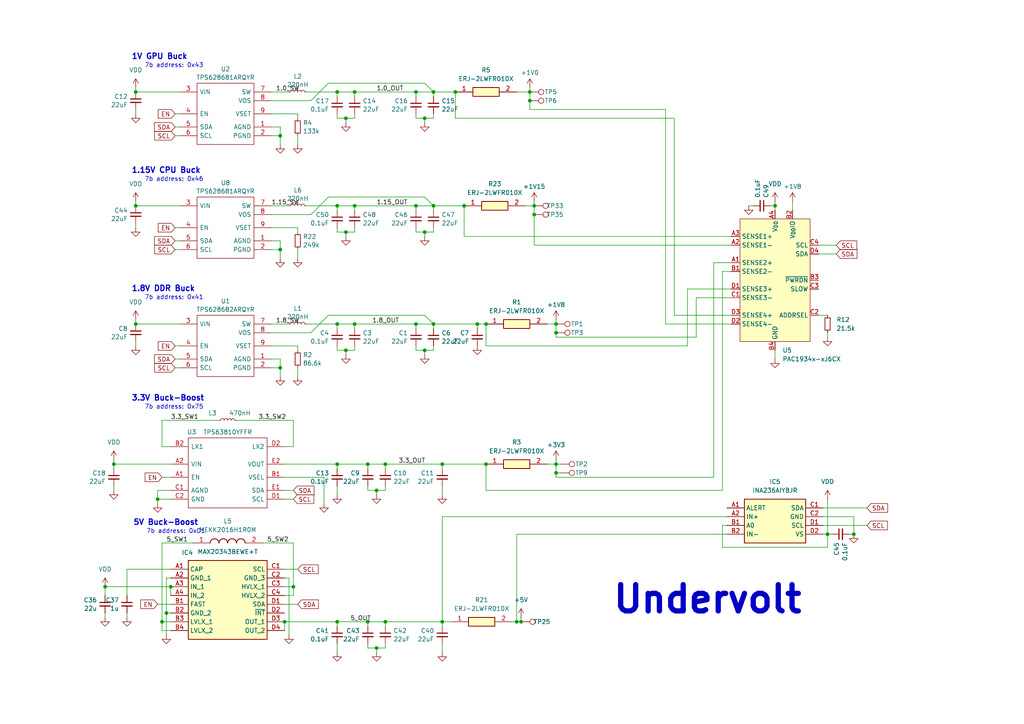
<source format=kicad_sch>
(kicad_sch (version 20250114) (generator "eeschema") (generator_version "9.0")
  (paper "A4")
  (title_block (title "ThunderKILL") (date "2025-09-05") (rev "2.1") (company "RoseDaggerDev                                               Original Credits: YveltalGriffin"))
  (text "1.8V DDR Buck" (at 38.1 83.82 0) (effects (font (size 1.6 1.6) (thickness 0.32) (bold yes)) (justify left)))
  (text "7b address: 0x75" (at 41.91 118.11 0) (effects (font (size 1.27 1.27) (thickness 0.1588)) (justify left)))
  (text "3.3V Buck-Boost" (at 38.1 115.57 0) (effects (font (size 1.6 1.6) (thickness 0.32) (bold yes)) (justify left)))
  (text "1.15V CPU Buck" (at 38.1 49.53 0) (effects (font (size 1.6 1.6) (thickness 0.32) (bold yes)) (justify left)))
  (text "7b address: 0x43" (at 41.91 19.05 0) (effects (font (size 1.27 1.27) (thickness 0.1588)) (justify left)))
  (text "7b address: 0xD1" (at 42.418 154.178 0) (effects (font (size 1.27 1.27) (thickness 0.1588)) (justify left)))
  (text "7b address: 0x41" (at 41.91 86.36 0) (effects (font (size 1.27 1.27) (thickness 0.1588)) (justify left)))
  (text "1V GPU Buck" (at 38.1 16.51 0) (effects (font (size 1.6 1.6) (thickness 0.32) (bold yes)) (justify left)))
  (text "Undervolt" (at 205.232 173.99 0) (effects (font (size 7.62 7.62) (thickness 1.524) (bold yes))))
  (text "5V Buck-Boost" (at 38.608 151.638 0) (effects (font (size 1.6 1.6) (thickness 0.32) (bold yes)) (justify left)))
  (text "7b address: 0x46" (at 41.91 52.07 0) (effects (font (size 1.27 1.27) (thickness 0.1588)) (justify left)))
  (junction (at 100.33 67.31))
  (junction (at 39.37 93.98))
  (junction (at 46.99 180.34))
  (junction (at 123.19 34.29))
  (junction (at 106.68 134.62))
  (junction (at 125.73 93.98))
  (junction (at 102.87 26.67))
  (junction (at 161.29 134.62))
  (junction (at 45.72 144.78))
  (junction (at 240.03 154.94))
  (junction (at 100.33 34.29))
  (junction (at 224.79 59.69))
  (junction (at 151.13 180.34))
  (junction (at 123.19 67.31))
  (junction (at 154.94 62.23))
  (junction (at 140.97 93.98))
  (junction (at 134.62 59.69))
  (junction (at 154.94 59.69))
  (junction (at 120.65 93.98))
  (junction (at 111.76 180.34))
  (junction (at 30.48 170.18))
  (junction (at 153.67 29.21))
  (junction (at 138.43 93.98))
  (junction (at 106.68 180.34))
  (junction (at 120.65 59.69))
  (junction (at 161.29 96.52))
  (junction (at 153.67 26.67))
  (junction (at 82.55 180.34))
  (junction (at 120.65 26.67))
  (junction (at 132.08 26.67))
  (junction (at 100.33 101.6))
  (junction (at 111.76 134.62))
  (junction (at 97.79 134.62))
  (junction (at 128.27 180.34))
  (junction (at 102.87 59.69))
  (junction (at 161.29 93.98))
  (junction (at 48.26 177.8))
  (junction (at 97.79 180.34))
  (junction (at 128.27 134.62))
  (junction (at 125.73 26.67))
  (junction (at 123.19 101.6))
  (junction (at 161.29 137.16))
  (junction (at 109.22 187.96))
  (junction (at 97.79 59.69))
  (junction (at 81.28 39.37))
  (junction (at 140.97 134.62))
  (junction (at 33.02 134.62))
  (junction (at 81.28 106.68))
  (junction (at 247.65 154.94))
  (junction (at 97.79 26.67))
  (junction (at 39.37 59.69))
  (junction (at 97.79 93.98))
  (junction (at 102.87 93.98))
  (junction (at 85.09 170.18))
  (junction (at 125.73 59.69))
  (junction (at 149.86 180.34))
  (junction (at 39.37 26.67))
  (junction (at 109.22 142.24))
  (junction (at 49.53 170.18))
  (junction (at 81.28 72.39))
  (wire (pts (xy 48.26 177.8) (xy 48.26 184.15)))
  (wire (pts (xy 123.19 35.56) (xy 123.19 34.29)))
  (wire (pts (xy 237.49 71.12) (xy 242.57 71.12)))
  (wire (pts (xy 88.9 59.69) (xy 97.79 59.69)))
  (wire (pts (xy 100.33 102.87) (xy 100.33 101.6)))
  (wire (pts (xy 123.19 24.13) (xy 125.73 26.67)))
  (wire (pts (xy 106.68 180.34) (xy 111.76 180.34)))
  (wire (pts (xy 120.65 101.6) (xy 123.19 101.6)))
  (wire (pts (xy 97.79 93.98) (xy 97.79 95.25)))
  (wire (pts (xy 102.87 26.67) (xy 102.87 27.94)))
  (wire (pts (xy 46.99 121.92) (xy 63.5 121.92)))
  (wire (pts (xy 97.79 101.6) (xy 100.33 101.6)))
  (wire (pts (xy 86.36 34.29) (xy 86.36 33.02)))
  (wire (pts (xy 97.79 100.33) (xy 97.79 101.6)))
  (wire (pts (xy 81.28 72.39) (xy 81.28 74.93)))
  (wire (pts (xy 161.29 96.52) (xy 161.29 93.98)))
  (wire (pts (xy 199.39 83.82) (xy 212.09 83.82)))
  (wire (pts (xy 209.55 158.75) (xy 240.03 158.75)))
  (wire (pts (xy 140.97 134.62) (xy 128.27 134.62)))
  (wire (pts (xy 210.82 154.94) (xy 149.86 154.94)))
  (wire (pts (xy 50.8 66.04) (xy 52.07 66.04)))
  (wire (pts (xy 238.76 149.86) (xy 247.65 149.86)))
  (wire (pts (xy 78.74 59.69) (xy 83.82 59.69)))
  (wire (pts (xy 207.01 76.2) (xy 212.09 76.2)))
  (wire (pts (xy 102.87 93.98) (xy 102.87 95.25)))
  (wire (pts (xy 46.99 157.48) (xy 55.88 157.48)))
  (wire (pts (xy 154.94 59.69) (xy 152.4 59.69)))
  (wire (pts (xy 45.72 144.78) (xy 49.53 144.78)))
  (wire (pts (xy 78.74 93.98) (xy 83.82 93.98)))
  (wire (pts (xy 100.33 34.29) (xy 102.87 34.29)))
  (wire (pts (xy 97.79 189.23) (xy 97.79 186.69)))
  (wire (pts (xy 85.09 170.18) (xy 85.09 172.72)))
  (wire (pts (xy 111.76 186.69) (xy 111.76 187.96)))
  (wire (pts (xy 240.03 158.75) (xy 240.03 154.94)))
  (wire (pts (xy 78.74 104.14) (xy 81.28 104.14)))
  (wire (pts (xy 45.72 175.26) (xy 49.53 175.26)))
  (wire (pts (xy 123.19 102.87) (xy 123.19 101.6)))
  (wire (pts (xy 120.65 100.33) (xy 120.65 101.6)))
  (wire (pts (xy 240.03 96.52) (xy 240.03 97.79)))
  (wire (pts (xy 97.79 134.62) (xy 106.68 134.62)))
  (wire (pts (xy 209.55 78.74) (xy 209.55 142.24)))
  (wire (pts (xy 36.83 177.8) (xy 36.83 179.07)))
  (wire (pts (xy 49.53 182.88) (xy 46.99 182.88)))
  (wire (pts (xy 86.36 33.02) (xy 78.74 33.02)))
  (wire (pts (xy 106.68 135.89) (xy 106.68 134.62)))
  (wire (pts (xy 95.25 24.13) (xy 123.19 24.13)))
  (wire (pts (xy 46.99 129.54) (xy 49.53 129.54)))
  (wire (pts (xy 97.79 180.34) (xy 106.68 180.34)))
  (wire (pts (xy 48.26 167.64) (xy 48.26 177.8)))
  (wire (pts (xy 50.8 33.02) (xy 52.07 33.02)))
  (wire (pts (xy 30.48 179.07) (xy 30.48 177.8)))
  (wire (pts (xy 111.76 135.89) (xy 111.76 134.62)))
  (wire (pts (xy 106.68 181.61) (xy 106.68 180.34)))
  (wire (pts (xy 82.55 175.26) (xy 86.36 175.26)))
  (wire (pts (xy 246.38 154.94) (xy 247.65 154.94)))
  (wire (pts (xy 128.27 149.86) (xy 128.27 180.34)))
  (wire (pts (xy 128.27 140.97) (xy 128.27 143.51)))
  (wire (pts (xy 97.79 59.69) (xy 102.87 59.69)))
  (wire (pts (xy 247.65 149.86) (xy 247.65 154.94)))
  (wire (pts (xy 240.03 154.94) (xy 238.76 154.94)))
  (wire (pts (xy 195.58 91.44) (xy 195.58 34.29)))
  (wire (pts (xy 82.55 180.34) (xy 82.55 182.88)))
  (wire (pts (xy 217.17 59.69) (xy 218.44 59.69)))
  (wire (pts (xy 90.17 62.23) (xy 95.25 57.15)))
  (wire (pts (xy 161.29 133.35) (xy 161.29 134.62)))
  (wire (pts (xy 97.79 181.61) (xy 97.79 180.34)))
  (wire (pts (xy 120.65 67.31) (xy 123.19 67.31)))
  (wire (pts (xy 123.19 57.15) (xy 125.73 59.69)))
  (wire (pts (xy 102.87 100.33) (xy 102.87 101.6)))
  (wire (pts (xy 46.99 180.34) (xy 46.99 157.48)))
  (wire (pts (xy 120.65 66.04) (xy 120.65 67.31)))
  (wire (pts (xy 161.29 92.71) (xy 161.29 93.98)))
  (wire (pts (xy 100.33 101.6) (xy 102.87 101.6)))
  (wire (pts (xy 85.09 121.92) (xy 85.09 129.54)))
  (wire (pts (xy 123.19 101.6) (xy 125.73 101.6)))
  (wire (pts (xy 50.8 36.83) (xy 52.07 36.83)))
  (wire (pts (xy 48.26 177.8) (xy 49.53 177.8)))
  (wire (pts (xy 83.82 167.64) (xy 83.82 184.15)))
  (wire (pts (xy 148.59 180.34) (xy 149.86 180.34)))
  (wire (pts (xy 128.27 180.34) (xy 128.27 181.61)))
  (wire (pts (xy 238.76 152.4) (xy 251.46 152.4)))
  (wire (pts (xy 161.29 97.79) (xy 161.29 96.52)))
  (wire (pts (xy 97.79 135.89) (xy 97.79 134.62)))
  (wire (pts (xy 102.87 93.98) (xy 120.65 93.98)))
  (wire (pts (xy 95.25 57.15) (xy 123.19 57.15)))
  (wire (pts (xy 153.67 26.67) (xy 149.86 26.67)))
  (wire (pts (xy 50.8 104.14) (xy 52.07 104.14)))
  (wire (pts (xy 68.58 121.92) (xy 85.09 121.92)))
  (wire (pts (xy 39.37 59.69) (xy 52.07 59.69)))
  (wire (pts (xy 125.73 33.02) (xy 125.73 34.29)))
  (wire (pts (xy 123.19 67.31) (xy 125.73 67.31)))
  (wire (pts (xy 102.87 59.69) (xy 120.65 59.69)))
  (wire (pts (xy 209.55 78.74) (xy 212.09 78.74)))
  (wire (pts (xy 100.33 67.31) (xy 102.87 67.31)))
  (wire (pts (xy 123.19 91.44) (xy 125.73 93.98)))
  (wire (pts (xy 154.94 71.12) (xy 212.09 71.12)))
  (wire (pts (xy 106.68 134.62) (xy 111.76 134.62)))
  (wire (pts (xy 109.22 142.24) (xy 111.76 142.24)))
  (wire (pts (xy 82.55 172.72) (xy 85.09 172.72)))
  (wire (pts (xy 46.99 180.34) (xy 46.99 182.88)))
  (wire (pts (xy 111.76 180.34) (xy 128.27 180.34)))
  (wire (pts (xy 97.79 26.67) (xy 97.79 27.94)))
  (wire (pts (xy 78.74 39.37) (xy 81.28 39.37)))
  (wire (pts (xy 120.65 33.02) (xy 120.65 34.29)))
  (wire (pts (xy 161.29 137.16) (xy 162.56 137.16)))
  (wire (pts (xy 46.99 138.43) (xy 49.53 138.43)))
  (wire (pts (xy 46.99 121.92) (xy 46.99 129.54)))
  (wire (pts (xy 78.74 36.83) (xy 81.28 36.83)))
  (wire (pts (xy 86.36 106.68) (xy 86.36 109.22)))
  (wire (pts (xy 125.73 93.98) (xy 125.73 95.25)))
  (wire (pts (xy 97.79 59.69) (xy 97.79 60.96)))
  (wire (pts (xy 224.79 58.42) (xy 224.79 59.69)))
  (wire (pts (xy 125.73 26.67) (xy 125.73 27.94)))
  (wire (pts (xy 45.72 144.78) (xy 45.72 146.05)))
  (wire (pts (xy 125.73 100.33) (xy 125.73 101.6)))
  (wire (pts (xy 106.68 187.96) (xy 109.22 187.96)))
  (wire (pts (xy 39.37 58.42) (xy 39.37 59.69)))
  (wire (pts (xy 123.19 34.29) (xy 125.73 34.29)))
  (wire (pts (xy 97.79 66.04) (xy 97.79 67.31)))
  (wire (pts (xy 154.94 59.69) (xy 154.94 62.23)))
  (wire (pts (xy 134.62 59.69) (xy 134.62 68.58)))
  (wire (pts (xy 120.65 26.67) (xy 120.65 27.94)))
  (wire (pts (xy 123.19 68.58) (xy 123.19 67.31)))
  (wire (pts (xy 199.39 100.33) (xy 140.97 100.33)))
  (wire (pts (xy 90.17 96.52) (xy 95.25 91.44)))
  (wire (pts (xy 33.02 142.24) (xy 33.02 140.97)))
  (wire (pts (xy 109.22 189.23) (xy 109.22 187.96)))
  (wire (pts (xy 97.79 67.31) (xy 100.33 67.31)))
  (wire (pts (xy 39.37 26.67) (xy 52.07 26.67)))
  (wire (pts (xy 111.76 181.61) (xy 111.76 180.34)))
  (wire (pts (xy 81.28 104.14) (xy 81.28 106.68)))
  (wire (pts (xy 82.55 129.54) (xy 85.09 129.54)))
  (wire (pts (xy 33.02 133.35) (xy 33.02 134.62)))
  (wire (pts (xy 140.97 100.33) (xy 140.97 93.98)))
  (wire (pts (xy 134.62 68.58) (xy 212.09 68.58)))
  (wire (pts (xy 134.62 59.69) (xy 125.73 59.69)))
  (wire (pts (xy 50.8 39.37) (xy 52.07 39.37)))
  (wire (pts (xy 128.27 180.34) (xy 130.81 180.34)))
  (wire (pts (xy 82.55 142.24) (xy 85.09 142.24)))
  (wire (pts (xy 78.74 96.52) (xy 90.17 96.52)))
  (wire (pts (xy 209.55 152.4) (xy 209.55 158.75)))
  (wire (pts (xy 153.67 26.67) (xy 153.67 25.4)))
  (wire (pts (xy 240.03 144.78) (xy 240.03 154.94)))
  (wire (pts (xy 161.29 137.16) (xy 161.29 134.62)))
  (wire (pts (xy 132.08 34.29) (xy 132.08 26.67)))
  (wire (pts (xy 85.09 157.48) (xy 76.2 157.48)))
  (wire (pts (xy 201.93 97.79) (xy 201.93 86.36)))
  (wire (pts (xy 82.55 180.34) (xy 97.79 180.34)))
  (wire (pts (xy 111.76 134.62) (xy 128.27 134.62)))
  (wire (pts (xy 97.79 143.51) (xy 97.79 140.97)))
  (wire (pts (xy 138.43 93.98) (xy 140.97 93.98)))
  (wire (pts (xy 78.74 29.21) (xy 90.17 29.21)))
  (wire (pts (xy 207.01 138.43) (xy 161.29 138.43)))
  (wire (pts (xy 45.72 142.24) (xy 45.72 144.78)))
  (wire (pts (xy 237.49 73.66) (xy 242.57 73.66)))
  (wire (pts (xy 81.28 106.68) (xy 81.28 109.22)))
  (wire (pts (xy 82.55 138.43) (xy 93.98 138.43)))
  (wire (pts (xy 161.29 134.62) (xy 158.75 134.62)))
  (wire (pts (xy 86.36 72.39) (xy 86.36 74.93)))
  (wire (pts (xy 128.27 134.62) (xy 128.27 135.89)))
  (wire (pts (xy 30.48 170.18) (xy 30.48 172.72)))
  (wire (pts (xy 33.02 135.89) (xy 33.02 134.62)))
  (wire (pts (xy 238.76 147.32) (xy 251.46 147.32)))
  (wire (pts (xy 106.68 140.97) (xy 106.68 142.24)))
  (wire (pts (xy 224.79 101.6) (xy 224.79 104.14)))
  (wire (pts (xy 81.28 39.37) (xy 81.28 41.91)))
  (wire (pts (xy 50.8 69.85) (xy 52.07 69.85)))
  (wire (pts (xy 102.87 26.67) (xy 120.65 26.67)))
  (wire (pts (xy 36.83 165.1) (xy 36.83 172.72)))
  (wire (pts (xy 125.73 93.98) (xy 138.43 93.98)))
  (wire (pts (xy 82.55 165.1) (xy 86.36 165.1)))
  (wire (pts (xy 81.28 36.83) (xy 81.28 39.37)))
  (wire (pts (xy 149.86 180.34) (xy 151.13 180.34)))
  (wire (pts (xy 109.22 187.96) (xy 111.76 187.96)))
  (wire (pts (xy 120.65 34.29) (xy 123.19 34.29)))
  (wire (pts (xy 90.17 29.21) (xy 95.25 24.13)))
  (wire (pts (xy 193.04 93.98) (xy 193.04 31.75)))
  (wire (pts (xy 49.53 170.18) (xy 49.53 172.72)))
  (wire (pts (xy 30.48 170.18) (xy 49.53 170.18)))
  (wire (pts (xy 223.52 59.69) (xy 224.79 59.69)))
  (wire (pts (xy 50.8 72.39) (xy 52.07 72.39)))
  (wire (pts (xy 120.65 26.67) (xy 125.73 26.67)))
  (wire (pts (xy 102.87 59.69) (xy 102.87 60.96)))
  (wire (pts (xy 82.55 170.18) (xy 85.09 170.18)))
  (wire (pts (xy 39.37 66.04) (xy 39.37 64.77)))
  (wire (pts (xy 149.86 154.94) (xy 149.86 180.34)))
  (wire (pts (xy 201.93 97.79) (xy 161.29 97.79)))
  (wire (pts (xy 81.28 69.85) (xy 81.28 72.39)))
  (wire (pts (xy 102.87 33.02) (xy 102.87 34.29)))
  (wire (pts (xy 97.79 26.67) (xy 102.87 26.67)))
  (wire (pts (xy 199.39 100.33) (xy 199.39 83.82)))
  (wire (pts (xy 210.82 152.4) (xy 209.55 152.4)))
  (wire (pts (xy 153.67 31.75) (xy 193.04 31.75)))
  (wire (pts (xy 86.36 66.04) (xy 86.36 67.31)))
  (wire (pts (xy 49.53 167.64) (xy 48.26 167.64)))
  (wire (pts (xy 212.09 93.98) (xy 193.04 93.98)))
  (wire (pts (xy 78.74 100.33) (xy 86.36 100.33)))
  (wire (pts (xy 224.79 59.69) (xy 224.79 60.96)))
  (wire (pts (xy 158.75 93.98) (xy 161.29 93.98)))
  (wire (pts (xy 39.37 100.33) (xy 39.37 99.06)))
  (wire (pts (xy 120.65 59.69) (xy 125.73 59.69)))
  (wire (pts (xy 125.73 59.69) (xy 125.73 60.96)))
  (wire (pts (xy 120.65 93.98) (xy 125.73 93.98)))
  (wire (pts (xy 97.79 34.29) (xy 100.33 34.29)))
  (wire (pts (xy 39.37 93.98) (xy 52.07 93.98)))
  (wire (pts (xy 49.53 165.1) (xy 36.83 165.1)))
  (wire (pts (xy 100.33 35.56) (xy 100.33 34.29)))
  (wire (pts (xy 86.36 39.37) (xy 86.36 41.91)))
  (wire (pts (xy 97.79 33.02) (xy 97.79 34.29)))
  (wire (pts (xy 207.01 76.2) (xy 207.01 138.43)))
  (wire (pts (xy 39.37 25.4) (xy 39.37 26.67)))
  (wire (pts (xy 240.03 154.94) (xy 241.3 154.94)))
  (wire (pts (xy 82.55 167.64) (xy 83.82 167.64)))
  (wire (pts (xy 237.49 91.44) (xy 240.03 91.44)))
  (wire (pts (xy 128.27 186.69) (xy 128.27 189.23)))
  (wire (pts (xy 153.67 31.75) (xy 153.67 29.21)))
  (wire (pts (xy 82.55 134.62) (xy 97.79 134.62)))
  (wire (pts (xy 138.43 93.98) (xy 138.43 95.25)))
  (wire (pts (xy 39.37 92.71) (xy 39.37 93.98)))
  (wire (pts (xy 50.8 100.33) (xy 52.07 100.33)))
  (wire (pts (xy 151.13 179.07) (xy 151.13 180.34)))
  (wire (pts (xy 120.65 93.98) (xy 120.65 95.25)))
  (wire (pts (xy 125.73 66.04) (xy 125.73 67.31)))
  (wire (pts (xy 49.53 180.34) (xy 46.99 180.34)))
  (wire (pts (xy 93.98 138.43) (xy 93.98 146.05)))
  (wire (pts (xy 161.29 138.43) (xy 161.29 137.16)))
  (wire (pts (xy 82.55 144.78) (xy 85.09 144.78)))
  (wire (pts (xy 209.55 142.24) (xy 140.97 142.24)))
  (wire (pts (xy 86.36 100.33) (xy 86.36 101.6)))
  (wire (pts (xy 88.9 26.67) (xy 97.79 26.67)))
  (wire (pts (xy 153.67 29.21) (xy 153.67 26.67)))
  (wire (pts (xy 109.22 143.51) (xy 109.22 142.24)))
  (wire (pts (xy 132.08 26.67) (xy 125.73 26.67)))
  (wire (pts (xy 33.02 134.62) (xy 49.53 134.62)))
  (wire (pts (xy 210.82 149.86) (xy 128.27 149.86)))
  (wire (pts (xy 78.74 69.85) (xy 81.28 69.85)))
  (wire (pts (xy 154.94 62.23) (xy 154.94 71.12)))
  (wire (pts (xy 120.65 59.69) (xy 120.65 60.96)))
  (wire (pts (xy 78.74 26.67) (xy 83.82 26.67)))
  (wire (pts (xy 50.8 106.68) (xy 52.07 106.68)))
  (wire (pts (xy 229.87 58.42) (xy 229.87 60.96)))
  (wire (pts (xy 111.76 140.97) (xy 111.76 142.24)))
  (wire (pts (xy 201.93 86.36) (xy 212.09 86.36)))
  (wire (pts (xy 88.9 93.98) (xy 97.79 93.98)))
  (wire (pts (xy 45.72 142.24) (xy 49.53 142.24)))
  (wire (pts (xy 162.56 134.62) (xy 161.29 134.62)))
  (wire (pts (xy 95.25 91.44) (xy 123.19 91.44)))
  (wire (pts (xy 85.09 170.18) (xy 85.09 157.48)))
  (wire (pts (xy 154.94 58.42) (xy 154.94 59.69)))
  (wire (pts (xy 195.58 34.29) (xy 132.08 34.29)))
  (wire (pts (xy 106.68 142.24) (xy 109.22 142.24)))
  (wire (pts (xy 100.33 68.58) (xy 100.33 67.31)))
  (wire (pts (xy 106.68 186.69) (xy 106.68 187.96)))
  (wire (pts (xy 102.87 66.04) (xy 102.87 67.31)))
  (wire (pts (xy 78.74 62.23) (xy 90.17 62.23)))
  (wire (pts (xy 78.74 66.04) (xy 86.36 66.04)))
  (wire (pts (xy 97.79 93.98) (xy 102.87 93.98)))
  (wire (pts (xy 78.74 72.39) (xy 81.28 72.39)))
  (wire (pts (xy 39.37 33.02) (xy 39.37 31.75)))
  (wire (pts (xy 78.74 106.68) (xy 81.28 106.68)))
  (wire (pts (xy 212.09 91.44) (xy 195.58 91.44)))
  (wire (pts (xy 140.97 142.24) (xy 140.97 134.62)))
  (label "1.8_SW" (at 80.01 93.98 0))
  (label "3.3_SW2" (at 74.93 121.92 0))
  (label "3.3_OUT" (at 115.57 134.62 0))
  (label "1.0_OUT" (at 109.22 26.67 0))
  (label "1.15_OUT" (at 109.22 59.69 0))
  (label "3.3_SW1" (at 49.53 121.92 0))
  (label "1.0_SW" (at 80.01 26.67 0))
  (label "5_SW2" (at 77.47 157.48 0))
  (label "1.15_SW" (at 78.74 59.69 0))
  (label "5_SW1" (at 48.26 157.48 0))
  (label "1.8_OUT" (at 107.95 93.98 0))
  (label "5_OUT" (at 101.6 180.34 0))
  (global_label "EN" (shape input) (at 50.8 100.33 180) (property "Intersheetrefs" "${INTERSHEET_REFS}" (effects (hide yes))))
  (global_label "EN" (shape input) (at 50.8 33.02 180) (property "Intersheetrefs" "${INTERSHEET_REFS}" (effects (hide yes))))
  (global_label "SCL" (shape input) (at 251.46 152.4 0) (property "Intersheetrefs" "${INTERSHEET_REFS}" (effects (hide yes))))
  (global_label "SCL" (shape input) (at 50.8 72.39 180) (property "Intersheetrefs" "${INTERSHEET_REFS}" (effects (hide yes))))
  (global_label "SDA" (shape input) (at 86.36 175.26 0) (property "Intersheetrefs" "${INTERSHEET_REFS}" (effects (hide yes))))
  (global_label "SDA" (shape input) (at 50.8 104.14 180) (property "Intersheetrefs" "${INTERSHEET_REFS}" (effects (hide yes))))
  (global_label "SCL" (shape input) (at 85.09 144.78 0) (property "Intersheetrefs" "${INTERSHEET_REFS}" (effects (hide yes))))
  (global_label "SCL" (shape input) (at 86.36 165.1 0) (property "Intersheetrefs" "${INTERSHEET_REFS}" (effects (hide yes))))
  (global_label "SDA" (shape input) (at 50.8 36.83 180) (property "Intersheetrefs" "${INTERSHEET_REFS}" (effects (hide yes))))
  (global_label "SCL" (shape input) (at 50.8 106.68 180) (property "Intersheetrefs" "${INTERSHEET_REFS}" (effects (hide yes))))
  (global_label "EN" (shape input) (at 46.99 138.43 180) (property "Intersheetrefs" "${INTERSHEET_REFS}" (effects (hide yes))))
  (global_label "SDA" (shape input) (at 251.46 147.32 0) (property "Intersheetrefs" "${INTERSHEET_REFS}" (effects (hide yes))))
  (global_label "SCL" (shape input) (at 242.57 71.12 0) (property "Intersheetrefs" "${INTERSHEET_REFS}" (effects (hide yes))))
  (global_label "EN" (shape input) (at 50.8 66.04 180) (property "Intersheetrefs" "${INTERSHEET_REFS}" (effects (hide yes))))
  (global_label "SDA" (shape input) (at 242.57 73.66 0) (property "Intersheetrefs" "${INTERSHEET_REFS}" (effects (hide yes))))
  (global_label "SCL" (shape input) (at 50.8 39.37 180) (property "Intersheetrefs" "${INTERSHEET_REFS}" (effects (hide yes))))
  (global_label "SDA" (shape input) (at 50.8 69.85 180) (property "Intersheetrefs" "${INTERSHEET_REFS}" (effects (hide yes))))
  (global_label "EN" (shape input) (at 45.72 175.26 180) (property "Intersheetrefs" "${INTERSHEET_REFS}" (effects (hide yes))))
  (global_label "SDA" (shape input) (at 85.09 142.24 0) (property "Intersheetrefs" "${INTERSHEET_REFS}" (effects (hide yes))))
  (symbol (lib_id "power:GND") (at 138.43 100.33 0) (unit 1)
    (property "Reference" "#PWR022" (effects (hide yes)))
    (property "Value" "GND" (effects (hide yes)))
  )
  (symbol (lib_id "Device:C_Small") (at 120.65 63.5 0) (mirror y) (unit 1)
    (property "Reference" "C46" (at 118.3259 62.2941 0) (effects (justify left)))
    (property "Value" "22uF" (at 118.3259 64.7184 0) (effects (justify left)))
    (property "Footprint" "Capacitor_SMD:C_0603_1608Metric" (effects (hide yes)))
    (property "Description" "Unpolarized capacitor, small symbol" (effects (hide yes)))
  )
  (symbol (lib_id "power:GND") (at 247.65 154.94 0) (unit 1)
    (property "Reference" "#PWR037" (effects (hide yes)))
    (property "Value" "GND" (effects (hide yes)))
  )
  (symbol (lib_id "SamacSys_Parts:INA236AIYBJR") (at 210.82 147.32 0) (unit 1)
    (property "Reference" "IC5" (at 224.79 139.7 0))
    (property "Value" "INA236AIYBJR" (at 224.79 142.24 0))
    (property "Footprint" "SamacSys_Parts:BGA8C40P2X4_70X147X35" (effects (hide yes)))
    (property "Datasheet" "https://www.ti.com/lit/gpn/ina236" (effects (hide yes)))
    (property "Description" "Current & Power Monitors & Regulators 48-V, 16-bit, ultraprecise, I C output current/voltage/power monitor with alert in WCSP" (effects (hide yes)))
    (property "Height" "0.35" (effects (hide yes)))
    (property "Mouser Part Number" "595-INA236AIYBJR" (effects (hide yes)))
    (property "Mouser Price/Stock" "https://www.mouser.co.uk/ProductDetail/Texas-Instruments/INA236AIYBJR?qs=A6eO%252BMLsxmSaxk4IMBhEtQ%3D%3D" (effects (hide yes)))
    (property "Manufacturer_Name" "Texas Instruments" (effects (hide yes)))
    (property "Manufacturer_Part_Number" "INA236AIYBJR" (effects (hide yes)))
  )
  (symbol (lib_id "Device:C_Small") (at 106.68 138.43 0) (mirror y) (unit 1)
    (property "Reference" "C9" (at 104.3559 137.2241 0) (effects (justify left)))
    (property "Value" "22uF" (at 104.3559 139.6484 0) (effects (justify left)))
    (property "Footprint" "Capacitor_SMD:C_0603_1608Metric" (effects (hide yes)))
    (property "Description" "Unpolarized capacitor, small symbol" (effects (hide yes)))
  )
  (symbol (lib_id "Device:L_Small") (at 66.04 121.92 90) (unit 1)
    (property "Reference" "L3" (at 61.6424 119.8126 90))
    (property "Value" "470nH" (at 69.5797 119.8126 90))
    (property "Footprint" "Inductor_SMD:L_0805_2012Metric" (effects (hide yes)))
    (property "Description" "TFM201208BLE-R47MTCF" (effects (hide yes)))
  )
  (symbol (lib_id "Device:C_Small") (at 30.48 175.26 0) (mirror y) (unit 1)
    (property "Reference" "C36" (at 28.1559 174.0541 0) (effects (justify left)))
    (property "Value" "22u" (at 28.1559 176.4784 0) (effects (justify left)))
    (property "Footprint" "Capacitor_SMD:C_0603_1608Metric" (effects (hide yes)))
    (property "Description" "Unpolarized capacitor, small symbol" (effects (hide yes)))
  )
  (symbol (lib_id "Device:C_Small") (at 138.43 97.79 0) (mirror y) (unit 1)
    (property "Reference" "C7" (at 136.1059 96.5841 0) (effects (justify left)))
    (property "Value" "22uF" (at 136.1059 99.0084 0) (effects (justify left)))
    (property "Footprint" "Capacitor_SMD:C_0603_1608Metric" (effects (hide yes)))
    (property "Description" "Unpolarized capacitor, small symbol" (effects (hide yes)))
  )
  (symbol (lib_id "Connector:TestPoint") (at 153.67 26.67 270) (unit 1)
    (property "Reference" "TP5" (at 159.766 26.67 90))
    (property "Value" "1V0" (effects (hide yes)))
    (property "Footprint" "RoseDaggerDev:TestPoint_Pad_3x1.0mm" (effects (hide yes)))
  )
  (symbol (lib_id "power:VDD") (at 30.48 170.18 0) (unit 1)
    (property "Reference" "#PWR038" (effects (hide yes)))
    (property "Value" "VDD" (at 30.48 165.1 0))
    (property "Description" "Power symbol creates a global label with name \"VDD\"" (effects (hide yes)))
  )
  (symbol (lib_id "power:VDD") (at 39.37 25.4 0) (unit 1)
    (property "Reference" "#PWR01" (effects (hide yes)))
    (property "Value" "VDD" (at 39.37 20.32 0))
    (property "Description" "Power symbol creates a global label with name \"VDD\"" (effects (hide yes)))
  )
  (symbol (lib_id "power:GND") (at 30.48 179.07 0) (unit 1)
    (property "Reference" "#PWR039" (effects (hide yes)))
    (property "Value" "GND" (effects (hide yes)))
  )
  (symbol (lib_id "power:+1V0") (at 153.67 25.4 0) (unit 1)
    (property "Reference" "#PWR02" (effects (hide yes)))
    (property "Value" "+1V0" (at 153.67 21.082 0))
  )
  (symbol (lib_id "power:GND") (at 100.33 35.56 0) (unit 1)
    (property "Reference" "#PWR04" (effects (hide yes)))
    (property "Value" "GND" (effects (hide yes)))
  )
  (symbol (lib_id "Device:C_Small") (at 33.02 138.43 0) (mirror y) (unit 1)
    (property "Reference" "C18" (at 30.6959 137.2241 0) (effects (justify left)))
    (property "Value" "22uF" (at 30.6959 139.6484 0) (effects (justify left)))
    (property "Footprint" "Capacitor_SMD:C_0603_1608Metric" (effects (hide yes)))
    (property "Description" "Unpolarized capacitor, small symbol" (effects (hide yes)))
  )
  (symbol (lib_id "power:GND") (at 109.22 189.23 0) (unit 1)
    (property "Reference" "#PWR045" (effects (hide yes)))
    (property "Value" "GND" (effects (hide yes)))
  )
  (symbol (lib_id "power:GND") (at 123.19 68.58 0) (unit 1)
    (property "Reference" "#PWR015" (effects (hide yes)))
    (property "Value" "GND" (effects (hide yes)))
  )
  (symbol (lib_id "Connector:TestPoint") (at 153.67 29.21 270) (unit 1)
    (property "Reference" "TP6" (at 159.766 29.21 90))
    (property "Value" "1V0" (effects (hide yes)))
    (property "Footprint" "RoseDaggerDev:TestPoint_Pad_3x1.0mm" (effects (hide yes)))
  )
  (symbol (lib_id "power:GND") (at 93.98 146.05 0) (unit 1)
    (property "Reference" "#PWR036" (effects (hide yes)))
    (property "Value" "GND" (effects (hide yes)))
  )
  (symbol (lib_id "power:GND") (at 39.37 33.02 0) (unit 1)
    (property "Reference" "#PWR03" (effects (hide yes)))
    (property "Value" "GND" (effects (hide yes)))
  )
  (symbol (lib_id "1v15:+1V15") (at 154.94 58.42 0) (unit 1)
    (property "Reference" "#PWR09" (effects (hide yes)))
    (property "Value" "+1V15" (at 154.94 54.102 0))
  )
  (symbol (lib_id "Device:C_Small") (at 125.73 30.48 0) (unit 1)
    (property "Reference" "C15" (at 128.0541 29.2741 0) (effects (justify left)))
    (property "Value" "22uF" (at 128.0541 31.6984 0) (effects (justify left)))
    (property "Footprint" "Capacitor_SMD:C_0603_1608Metric" (effects (hide yes)))
    (property "Description" "Unpolarized capacitor, small symbol" (effects (hide yes)))
  )
  (symbol (lib_id "power:GND") (at 123.19 102.87 0) (unit 1)
    (property "Reference" "#PWR024" (effects (hide yes)))
    (property "Value" "GND" (effects (hide yes)))
  )
  (symbol (lib_id "Device:L_Small") (at 86.36 93.98 90) (unit 1)
    (property "Reference" "L1" (at 86.36 89.4567 90))
    (property "Value" "220nH" (at 86.36 91.881 90))
    (property "Footprint" "SamacSys_Parts:INDC3225X120N" (effects (hide yes)))
    (property "Description" "TFM322512ALMAR22MTAA" (effects (hide yes)))
  )
  (symbol (lib_id "power:GND") (at 39.37 66.04 0) (unit 1)
    (property "Reference" "#PWR013" (effects (hide yes)))
    (property "Value" "GND" (effects (hide yes)))
  )
  (symbol (lib_id "power:GND") (at 217.17 59.69 0) (unit 1)
    (property "Reference" "#PWR012" (effects (hide yes)))
    (property "Value" "GND" (effects (hide yes)))
  )
  (symbol (lib_id "power:GND") (at 240.03 97.79 0) (unit 1)
    (property "Reference" "#PWR020" (effects (hide yes)))
    (property "Value" "GND" (effects (hide yes)))
  )
  (symbol (lib_id "Device:R_Small") (at 86.36 36.83 0) (unit 1)
    (property "Reference" "R4" (at 87.8586 35.6178 0) (effects (justify left)))
    (property "Value" "133k" (at 87.8586 38.0421 0) (effects (justify left)))
    (property "Footprint" "Resistor_SMD:R_0402_1005Metric" (effects (hide yes)))
    (property "Description" "Resistor, small symbol" (effects (hide yes)))
  )
  (symbol (lib_id "power:GND") (at 100.33 102.87 0) (unit 1)
    (property "Reference" "#PWR023" (effects (hide yes)))
    (property "Value" "GND" (effects (hide yes)))
  )
  (symbol (lib_id "power:+1V8") (at 161.29 92.71 0) (unit 1)
    (property "Reference" "#PWR019" (effects (hide yes)))
    (property "Value" "+1V8" (at 161.29 88.392 0))
  )
  (symbol (lib_id "power:GND") (at 86.36 74.93 0) (unit 1)
    (property "Reference" "#PWR017" (effects (hide yes)))
    (property "Value" "GND" (effects (hide yes)))
  )
  (symbol (lib_id "power:VDD") (at 240.03 144.78 0) (unit 1)
    (property "Reference" "#PWR034" (effects (hide yes)))
    (property "Value" "VDD" (at 240.03 139.7 0))
    (property "Description" "Power symbol creates a global label with name \"VDD\"" (effects (hide yes)))
  )
  (symbol (lib_id "Device:C_Small") (at 106.68 184.15 0) (mirror y) (unit 1)
    (property "Reference" "C43" (at 104.3559 182.9441 0) (effects (justify left)))
    (property "Value" "22uF" (at 104.3559 185.3684 0) (effects (justify left)))
    (property "Footprint" "Capacitor_SMD:C_0603_1608Metric" (effects (hide yes)))
    (property "Description" "Unpolarized capacitor, small symbol" (effects (hide yes)))
  )
  (symbol (lib_id "SamacSys_Parts:MAX20343BEWE+T") (at 49.53 165.1 0) (unit 1)
    (property "Reference" "IC4" (at 54.356 160.274 0))
    (property "Value" "MAX20343BEWE+T" (at 66.04 160.02 0))
    (property "Footprint" "SamacSys_Parts:BGA16C40P4X4_201X177X69" (effects (hide yes)))
    (property "Datasheet" "https://www.analog.com/MAX20343/datasheet" (effects (hide yes)))
    (property "Description" "Ultra-Low Quiescent Current, Low Noise 3.5W Buck-Boost Regulator" (effects (hide yes)))
    (property "Height" "0.69" (effects (hide yes)))
    (property "Mouser Part Number" "700-MAX20343BEWE+T" (effects (hide yes)))
    (property "Mouser Price/Stock" "https://www.mouser.co.uk/ProductDetail/Maxim-Integrated/MAX20343BEWE%2bT/?qs=Cb2nCFKsA8qXa9vho7Hf%252Bw%3D%3D" (effects (hide yes)))
    (property "Manufacturer_Name" "Analog Devices" (effects (hide yes)))
    (property "Manufacturer_Part_Number" "MAX20343BEWE+T" (effects (hide yes)))
  )
  (symbol (lib_id "Connector:TestPoint") (at 162.56 137.16 270) (unit 1)
    (property "Reference" "TP9" (at 168.656 137.16 90))
    (property "Value" "3V3" (effects (hide yes)))
    (property "Footprint" "RoseDaggerDev:TestPoint_Pad_3x1.0mm" (effects (hide yes)))
  )
  (symbol (lib_id "Device:C_Small") (at 220.98 59.69 270) (mirror x) (unit 1)
    (property "Reference" "C49" (at 222.1859 57.3659 0) (effects (justify left)))
    (property "Value" "0.1uF" (at 219.7616 57.3659 0) (effects (justify left)))
    (property "Footprint" "Capacitor_SMD:C_0402_1005Metric" (effects (hide yes)))
    (property "Description" "Unpolarized capacitor, small symbol" (effects (hide yes)))
  )
  (symbol (lib_id "Device:C_Small") (at 243.84 154.94 90) (mirror x) (unit 1)
    (property "Reference" "C45" (at 242.6341 157.2641 0) (effects (justify left)))
    (property "Value" "0.1uF" (at 245.0584 157.2641 0) (effects (justify left)))
    (property "Footprint" "Capacitor_SMD:C_0402_1005Metric" (effects (hide yes)))
    (property "Description" "Unpolarized capacitor, small symbol" (effects (hide yes)))
  )
  (symbol (lib_id "SamacSys_Parts:TPS628680ARQYR") (at 45.72 59.69 0) (unit 1)
    (property "Reference" "U8" (at 65.405 53.0563 0))
    (property "Value" "TPS628681ARQYR" (at 65.405 55.4806 0))
    (property "Footprint" "SamacSys_Parts:TPS628680ARQYR" (effects (hide yes)))
    (property "Datasheet" "https://www.ti.com/lit/ds/symlink/tps62869.pdf?ts=1693561656644&ref_url=https%253A%252F%252Fwww.ti.com.cn%252Fproduct%252Fcn%252FTPS62869" (effects (hide yes)))
    (property "Description" "Switching Voltage Regulators 5.5-V 4-A synchronous step-down converter with I C interface in 1.5-mm x 2.5-mm QFN package" (effects (hide yes)))
    (property "Height" "1" (effects (hide yes)))
    (property "Mouser Part Number" "595-TPS628680ARQYR" (effects (hide yes)))
    (property "Mouser Price/Stock" "https://www.mouser.co.uk/ProductDetail/Texas-Instruments/TPS628680ARQYR?qs=pBJMDPsKWf1s%252B20VfPJaBg%3D%3D" (effects (hide yes)))
    (property "Manufacturer_Name" "Texas Instruments" (effects (hide yes)))
    (property "Manufacturer_Part_Number" "TPS628680ARQYR" (effects (hide yes)))
  )
  (symbol (lib_id "Device:C_Small") (at 128.27 138.43 0) (mirror y) (unit 1)
    (property "Reference" "C11" (at 125.9459 137.2241 0) (effects (justify left)))
    (property "Value" "22uF" (at 125.9459 139.6484 0) (effects (justify left)))
    (property "Footprint" "Capacitor_SMD:C_0603_1608Metric" (effects (hide yes)))
    (property "Description" "Unpolarized capacitor, small symbol" (effects (hide yes)))
  )
  (symbol (lib_id "SamacSys_Parts:ERJ-2LWFR010X") (at 132.08 26.67 0) (unit 1)
    (property "Reference" "R5" (at 140.97 20.32 0))
    (property "Value" "ERJ-2LWFR010X" (at 140.97 22.86 0))
    (property "Footprint" "Resistor_SMD:R_0402_1005Metric" (effects (hide yes)))
    (property "Datasheet" "http://industrial.panasonic.com/cdbs/www-data/pdf/RDN0000/AOA0000C313.pdf" (effects (hide yes)))
    (property "Description" "Current Sense Resistors - SMD 0402 10mOhms 1% Curr Sens AEC-Q200" (effects (hide yes)))
    (property "Mouser Part Number" "667-ERJ-2LWFR010X" (effects (hide yes)))
    (property "Mouser Price/Stock" "https://www.mouser.co.uk/ProductDetail/Panasonic/ERJ-2LWFR010X?qs=WO7YBshssFHQwGLNvPfIYA%3D%3D" (effects (hide yes)))
    (property "Manufacturer_Name" "Panasonic" (effects (hide yes)))
    (property "Manufacturer_Part_Number" "ERJ-2LWFR010X" (effects (hide yes)))
  )
  (symbol (lib_id "Device:L_Small") (at 86.36 59.69 90) (unit 1)
    (property "Reference" "L6" (at 86.36 55.1667 90))
    (property "Value" "220nH" (at 86.36 57.591 90))
    (property "Footprint" "SamacSys_Parts:XFL5015152MEC" (effects (hide yes)))
    (property "Description" "XFL5015-221MEC" (effects (hide yes)))
  )
  (symbol (lib_id "power:+1V8") (at 229.87 58.42 0) (unit 1)
    (property "Reference" "#PWR011" (effects (hide yes)))
    (property "Value" "+1V8" (at 229.87 54.102 0))
  )
  (symbol (lib_id "Device:C_Small") (at 102.87 30.48 0) (unit 1)
    (property "Reference" "C14" (at 105.1941 29.2741 0) (effects (justify left)))
    (property "Value" "22uF" (at 105.1941 31.6984 0) (effects (justify left)))
    (property "Footprint" "Capacitor_SMD:C_0603_1608Metric" (effects (hide yes)))
    (property "Description" "Unpolarized capacitor, small symbol" (effects (hide yes)))
  )
  (symbol (lib_id "power:+5V") (at 151.13 179.07 0) (unit 1)
    (property "Reference" "#PWR041" (effects (hide yes)))
    (property "Value" "+5V" (at 151.13 173.99 0))
    (property "Description" "Power symbol creates a global label with name \"+5V\"" (effects (hide yes)))
  )
  (symbol (lib_id "power:VDD") (at 224.79 58.42 0) (unit 1)
    (property "Reference" "#PWR010" (effects (hide yes)))
    (property "Value" "VDD" (at 224.79 53.34 0))
    (property "Description" "Power symbol creates a global label with name \"VDD\"" (effects (hide yes)))
  )
  (symbol (lib_id "power:+3V3") (at 161.29 133.35 0) (unit 1)
    (property "Reference" "#PWR029" (effects (hide yes)))
    (property "Value" "+3V3" (at 161.29 129.032 0))
  )
  (symbol (lib_id "power:GND") (at 100.33 68.58 0) (unit 1)
    (property "Reference" "#PWR014" (effects (hide yes)))
    (property "Value" "GND" (effects (hide yes)))
  )
  (symbol (lib_id "Connector:TestPoint") (at 162.56 134.62 270) (unit 1)
    (property "Reference" "TP2" (at 168.656 134.62 90))
    (property "Value" "3V3" (effects (hide yes)))
    (property "Footprint" "project-footprints:TestPoint_Pad_1.5x1.0mm" (effects (hide yes)))
  )
  (symbol (lib_id "power:GND") (at 109.22 143.51 0) (unit 1)
    (property "Reference" "#PWR032" (effects (hide yes)))
    (property "Value" "GND" (effects (hide yes)))
  )
  (symbol (lib_id "Device:C_Small") (at 97.79 63.5 0) (mirror y) (unit 1)
    (property "Reference" "C50" (at 95.4659 62.2941 0) (effects (justify left)))
    (property "Value" "0.1uF" (at 95.4659 64.7184 0) (effects (justify left)))
    (property "Footprint" "Capacitor_SMD:C_0402_1005Metric" (effects (hide yes)))
    (property "Description" "Unpolarized capacitor, small symbol" (effects (hide yes)))
  )
  (symbol (lib_id "power:GND") (at 128.27 189.23 0) (unit 1)
    (property "Reference" "#PWR046" (effects (hide yes)))
    (property "Value" "GND" (effects (hide yes)))
  )
  (symbol (lib_id "power:GND") (at 39.37 100.33 0) (unit 1)
    (property "Reference" "#PWR021" (effects (hide yes)))
    (property "Value" "GND" (effects (hide yes)))
  )
  (symbol (lib_id "power:GND") (at 86.36 109.22 0) (unit 1)
    (property "Reference" "#PWR027" (effects (hide yes)))
    (property "Value" "GND" (effects (hide yes)))
  )
  (symbol (lib_id "power:GND") (at 48.26 184.15 0) (unit 1)
    (property "Reference" "#PWR042" (effects (hide yes)))
    (property "Value" "GND" (effects (hide yes)))
  )
  (symbol (lib_id "Connector:TestPoint") (at 151.13 180.34 270) (unit 1)
    (property "Reference" "TP25" (at 157.226 180.34 90))
    (property "Value" "5V" (effects (hide yes)))
    (property "Footprint" "RoseDaggerDev:TestPoint_Pad_3x1.0mm" (effects (hide yes)))
  )
  (symbol (lib_id "Connector:TestPoint") (at 154.94 62.23 270) (unit 1)
    (property "Reference" "TP35" (at 161.036 62.23 90))
    (property "Value" "1V15" (effects (hide yes)))
    (property "Footprint" "RoseDaggerDev:TestPoint_Pad_3x1.0mm" (effects (hide yes)))
  )
  (symbol (lib_id "power:GND") (at 45.72 146.05 0) (unit 1)
    (property "Reference" "#PWR035" (effects (hide yes)))
    (property "Value" "GND" (effects (hide yes)))
  )
  (symbol (lib_id "Device:R_Small") (at 86.36 104.14 0) (unit 1)
    (property "Reference" "R2" (at 87.8586 102.9278 0) (effects (justify left)))
    (property "Value" "86.6k" (at 87.8586 105.3521 0) (effects (justify left)))
    (property "Footprint" "Resistor_SMD:R_0402_1005Metric" (effects (hide yes)))
    (property "Description" "Resistor, small symbol" (effects (hide yes)))
  )
  (symbol (lib_id "SamacSys_Parts:ERJ-2LWFR010X") (at 134.62 59.69 0) (unit 1)
    (property "Reference" "R23" (at 143.51 53.34 0))
    (property "Value" "ERJ-2LWFR010X" (at 143.51 55.88 0))
    (property "Footprint" "Resistor_SMD:R_0402_1005Metric" (effects (hide yes)))
    (property "Datasheet" "http://industrial.panasonic.com/cdbs/www-data/pdf/RDN0000/AOA0000C313.pdf" (effects (hide yes)))
    (property "Description" "Current Sense Resistors - SMD 0402 10mOhms 1% Curr Sens AEC-Q200" (effects (hide yes)))
    (property "Mouser Part Number" "667-ERJ-2LWFR010X" (effects (hide yes)))
    (property "Mouser Price/Stock" "https://www.mouser.co.uk/ProductDetail/Panasonic/ERJ-2LWFR010X?qs=WO7YBshssFHQwGLNvPfIYA%3D%3D" (effects (hide yes)))
    (property "Manufacturer_Name" "Panasonic" (effects (hide yes)))
    (property "Manufacturer_Part_Number" "ERJ-2LWFR010X" (effects (hide yes)))
  )
  (symbol (lib_id "Device:L_Small") (at 86.36 26.67 90) (unit 1)
    (property "Reference" "L2" (at 86.36 22.1467 90))
    (property "Value" "220nH" (at 86.36 24.571 90))
    (property "Footprint" "SamacSys_Parts:XFL5015152MEC" (effects (hide yes)))
    (property "Description" "XFL5015-221MEC" (effects (hide yes)))
  )
  (symbol (lib_id "power:GND") (at 97.79 143.51 0) (unit 1)
    (property "Reference" "#PWR031" (effects (hide yes)))
    (property "Value" "GND" (effects (hide yes)))
  )
  (symbol (lib_id "Device:C_Small") (at 39.37 96.52 0) (mirror y) (unit 1)
    (property "Reference" "C8" (at 37.0459 95.3141 0) (effects (justify left)))
    (property "Value" "22uF" (at 37.0459 97.7384 0) (effects (justify left)))
    (property "Footprint" "Capacitor_SMD:C_0603_1608Metric" (effects (hide yes)))
    (property "Description" "Unpolarized capacitor, small symbol" (effects (hide yes)))
  )
  (symbol (lib_id "SamacSys_Parts:TPS628680ARQYR") (at 45.72 93.98 0) (unit 1)
    (property "Reference" "U1" (at 65.405 87.3463 0))
    (property "Value" "TPS628682ARQYR" (at 65.405 89.7706 0))
    (property "Footprint" "SamacSys_Parts:TPS628680ARQYR" (effects (hide yes)))
    (property "Datasheet" "https://www.ti.com/lit/ds/symlink/tps62869.pdf?ts=1693561656644&ref_url=https%253A%252F%252Fwww.ti.com.cn%252Fproduct%252Fcn%252FTPS62869" (effects (hide yes)))
    (property "Description" "Switching Voltage Regulators 5.5-V 4-A synchronous step-down converter with I C interface in 1.5-mm x 2.5-mm QFN package" (effects (hide yes)))
    (property "Height" "1" (effects (hide yes)))
    (property "Mouser Part Number" "595-TPS628680ARQYR" (effects (hide yes)))
    (property "Mouser Price/Stock" "https://www.mouser.co.uk/ProductDetail/Texas-Instruments/TPS628680ARQYR?qs=pBJMDPsKWf1s%252B20VfPJaBg%3D%3D" (effects (hide yes)))
    (property "Manufacturer_Name" "Texas Instruments" (effects (hide yes)))
    (property "Manufacturer_Part_Number" "TPS628680ARQYR" (effects (hide yes)))
  )
  (symbol (lib_id "Device:C_Small") (at 125.73 97.79 0) (unit 1)
    (property "Reference" "C6" (at 128.0541 96.5841 0) (effects (justify left)))
    (property "Value" "22uF" (at 128.0541 99.0084 0) (effects (justify left)))
    (property "Footprint" "Capacitor_SMD:C_0603_1608Metric" (effects (hide yes)))
    (property "Description" "Unpolarized capacitor, small symbol" (effects (hide yes)))
  )
  (symbol (lib_id "power:GND") (at 128.27 143.51 0) (unit 1)
    (property "Reference" "#PWR033" (effects (hide yes)))
    (property "Value" "GND" (effects (hide yes)))
  )
  (symbol (lib_id "Device:C_Small") (at 39.37 62.23 0) (mirror y) (unit 1)
    (property "Reference" "C44" (at 37.0459 61.0241 0) (effects (justify left)))
    (property "Value" "22uF" (at 37.0459 63.4484 0) (effects (justify left)))
    (property "Footprint" "Capacitor_SMD:C_0603_1608Metric" (effects (hide yes)))
    (property "Description" "Unpolarized capacitor, small symbol" (effects (hide yes)))
  )
  (symbol (lib_id "power:GND") (at 83.82 184.15 0) (unit 1)
    (property "Reference" "#PWR043" (effects (hide yes)))
    (property "Value" "GND" (effects (hide yes)))
  )
  (symbol (lib_id "power:GND") (at 81.28 41.91 0) (unit 1)
    (property "Reference" "#PWR06" (effects (hide yes)))
    (property "Value" "GND" (effects (hide yes)))
  )
  (symbol (lib_id "Device:C_Small") (at 111.76 138.43 0) (unit 1)
    (property "Reference" "C10" (at 114.0841 137.2241 0) (effects (justify left)))
    (property "Value" "22uF" (at 114.0841 139.6484 0) (effects (justify left)))
    (property "Footprint" "Capacitor_SMD:C_0603_1608Metric" (effects (hide yes)))
    (property "Description" "Unpolarized capacitor, small symbol" (effects (hide yes)))
  )
  (symbol (lib_id "power:GND") (at 81.28 109.22 0) (unit 1)
    (property "Reference" "#PWR026" (effects (hide yes)))
    (property "Value" "GND" (effects (hide yes)))
  )
  (symbol (lib_id "Device:C_Small") (at 120.65 30.48 0) (mirror y) (unit 1)
    (property "Reference" "C16" (at 118.3259 29.2741 0) (effects (justify left)))
    (property "Value" "22uF" (at 118.3259 31.6984 0) (effects (justify left)))
    (property "Footprint" "Capacitor_SMD:C_0603_1608Metric" (effects (hide yes)))
    (property "Description" "Unpolarized capacitor, small symbol" (effects (hide yes)))
  )
  (symbol (lib_id "power:VDD") (at 39.37 58.42 0) (unit 1)
    (property "Reference" "#PWR08" (effects (hide yes)))
    (property "Value" "VDD" (at 39.37 53.34 0))
    (property "Description" "Power symbol creates a global label with name \"VDD\"" (effects (hide yes)))
  )
  (symbol (lib_id "SamacSys_Parts:ERJ-2LWFR010X") (at 140.97 93.98 0) (unit 1)
    (property "Reference" "R1" (at 149.86 87.63 0))
    (property "Value" "ERJ-2LWFR010X" (at 149.86 90.17 0))
    (property "Footprint" "Resistor_SMD:R_0402_1005Metric" (effects (hide yes)))
    (property "Datasheet" "http://industrial.panasonic.com/cdbs/www-data/pdf/RDN0000/AOA0000C313.pdf" (effects (hide yes)))
    (property "Description" "Current Sense Resistors - SMD 0402 10mOhms 1% Curr Sens AEC-Q200" (effects (hide yes)))
    (property "Mouser Part Number" "667-ERJ-2LWFR010X" (effects (hide yes)))
    (property "Mouser Price/Stock" "https://www.mouser.co.uk/ProductDetail/Panasonic/ERJ-2LWFR010X?qs=WO7YBshssFHQwGLNvPfIYA%3D%3D" (effects (hide yes)))
    (property "Manufacturer_Name" "Panasonic" (effects (hide yes)))
    (property "Manufacturer_Part_Number" "ERJ-2LWFR010X" (effects (hide yes)))
  )
  (symbol (lib_id "Device:C_Small") (at 36.83 175.26 0) (mirror y) (unit 1)
    (property "Reference" "C37" (at 34.5059 174.0541 0) (effects (justify left)))
    (property "Value" "1u" (at 34.5059 176.4784 0) (effects (justify left)))
    (property "Footprint" "Capacitor_SMD:C_0402_1005Metric" (effects (hide yes)))
    (property "Description" "Unpolarized capacitor, small symbol" (effects (hide yes)))
  )
  (symbol (lib_id "power:GND") (at 36.83 179.07 0) (unit 1)
    (property "Reference" "#PWR040" (effects (hide yes)))
    (property "Value" "GND" (effects (hide yes)))
  )
  (symbol (lib_id "Connector:TestPoint") (at 154.94 59.69 270) (unit 1)
    (property "Reference" "TP33" (at 161.036 59.69 90))
    (property "Value" "1V15" (effects (hide yes)))
    (property "Footprint" "RoseDaggerDev:TestPoint_Pad_3x1.0mm" (effects (hide yes)))
  )
  (symbol (lib_id "Device:C_Small") (at 125.73 63.5 0) (unit 1)
    (property "Reference" "C47" (at 128.0541 62.2941 0) (effects (justify left)))
    (property "Value" "22uF" (at 128.0541 64.7184 0) (effects (justify left)))
    (property "Footprint" "Capacitor_SMD:C_0603_1608Metric" (effects (hide yes)))
    (property "Description" "Unpolarized capacitor, small symbol" (effects (hide yes)))
  )
  (symbol (lib_id "SamacSys_Parts:ERJ-2LWFR010X") (at 140.97 134.62 0) (unit 1)
    (property "Reference" "R3" (at 149.86 128.27 0))
    (property "Value" "ERJ-2LWFR010X" (at 149.86 130.81 0))
    (property "Footprint" "Resistor_SMD:R_0402_1005Metric" (effects (hide yes)))
    (property "Datasheet" "http://industrial.panasonic.com/cdbs/www-data/pdf/RDN0000/AOA0000C313.pdf" (effects (hide yes)))
    (property "Description" "Current Sense Resistors - SMD 0402 10mOhms 1% Curr Sens AEC-Q200" (effects (hide yes)))
    (property "Mouser Part Number" "667-ERJ-2LWFR010X" (effects (hide yes)))
    (property "Mouser Price/Stock" "https://www.mouser.co.uk/ProductDetail/Panasonic/ERJ-2LWFR010X?qs=WO7YBshssFHQwGLNvPfIYA%3D%3D" (effects (hide yes)))
    (property "Manufacturer_Name" "Panasonic" (effects (hide yes)))
    (property "Manufacturer_Part_Number" "ERJ-2LWFR010X" (effects (hide yes)))
  )
  (symbol (lib_id "Device:R_Small") (at 240.03 93.98 0) (unit 1)
    (property "Reference" "R12" (at 242.57 92.7099 0) (effects (justify left)))
    (property "Value" "21.5k" (at 242.57 95.2499 0) (effects (justify left)))
    (property "Footprint" "Resistor_SMD:R_0402_1005Metric" (effects (hide yes)))
    (property "Description" "Resistor, small symbol" (effects (hide yes)))
  )
  (symbol (lib_id "Device:C_Small") (at 111.76 184.15 0) (unit 1)
    (property "Reference" "C42" (at 114.0841 182.9441 0) (effects (justify left)))
    (property "Value" "22uF" (at 114.0841 185.3684 0) (effects (justify left)))
    (property "Footprint" "Capacitor_SMD:C_0603_1608Metric" (effects (hide yes)))
    (property "Description" "Unpolarized capacitor, small symbol" (effects (hide yes)))
  )
  (symbol (lib_id "Connector:TestPoint") (at 161.29 93.98 270) (unit 1)
    (property "Reference" "TP1" (at 167.386 93.98 90))
    (property "Value" "1V8" (effects (hide yes)))
    (property "Footprint" "RoseDaggerDev:TestPoint_Pad_3x1.0mm" (effects (hide yes)))
  )
  (symbol (lib_id "Device:C_Small") (at 97.79 97.79 0) (mirror y) (unit 1)
    (property "Reference" "C4" (at 95.4659 96.5841 0) (effects (justify left)))
    (property "Value" "0.1uF" (at 95.4659 99.0084 0) (effects (justify left)))
    (property "Footprint" "Capacitor_SMD:C_0402_1005Metric" (effects (hide yes)))
    (property "Description" "Unpolarized capacitor, small symbol" (effects (hide yes)))
  )
  (symbol (lib_id "power:VDD") (at 33.02 133.35 0) (unit 1)
    (property "Reference" "#PWR028" (effects (hide yes)))
    (property "Value" "VDD" (at 33.02 128.27 0))
    (property "Description" "Power symbol creates a global label with name \"VDD\"" (effects (hide yes)))
  )
  (symbol (lib_id "Device:C_Small") (at 97.79 30.48 0) (mirror y) (unit 1)
    (property "Reference" "C17" (at 95.4659 29.2741 0) (effects (justify left)))
    (property "Value" "0.1uF" (at 95.4659 31.6984 0) (effects (justify left)))
    (property "Footprint" "Capacitor_SMD:C_0402_1005Metric" (effects (hide yes)))
    (property "Description" "Unpolarized capacitor, small symbol" (effects (hide yes)))
  )
  (symbol (lib_id "Device:C_Small") (at 120.65 97.79 0) (mirror y) (unit 1)
    (property "Reference" "C1" (at 118.3259 96.5841 0) (effects (justify left)))
    (property "Value" "22uF" (at 118.3259 99.0084 0) (effects (justify left)))
    (property "Footprint" "Capacitor_SMD:C_0603_1608Metric" (effects (hide yes)))
    (property "Description" "Unpolarized capacitor, small symbol" (effects (hide yes)))
  )
  (symbol (lib_id "SamacSys_Parts:ERJ-2LWFR010X") (at 130.81 180.34 0) (unit 1)
    (property "Reference" "R21" (at 139.7 173.99 0))
    (property "Value" "ERJ-2LWFR010X" (at 139.7 176.53 0))
    (property "Footprint" "Resistor_SMD:R_0402_1005Metric" (effects (hide yes)))
    (property "Datasheet" "http://industrial.panasonic.com/cdbs/www-data/pdf/RDN0000/AOA0000C313.pdf" (effects (hide yes)))
    (property "Description" "Current Sense Resistors - SMD 0402 10mOhms 1% Curr Sens AEC-Q200" (effects (hide yes)))
    (property "Mouser Part Number" "667-ERJ-2LWFR010X" (effects (hide yes)))
    (property "Mouser Price/Stock" "https://www.mouser.co.uk/ProductDetail/Panasonic/ERJ-2LWFR010X?qs=WO7YBshssFHQwGLNvPfIYA%3D%3D" (effects (hide yes)))
    (property "Manufacturer_Name" "Panasonic" (effects (hide yes)))
    (property "Manufacturer_Part_Number" "ERJ-2LWFR010X" (effects (hide yes)))
  )
  (symbol (lib_id "SamacSys_Parts:TPS63810YFFR") (at 49.53 127 0) (unit 1)
    (property "Reference" "U3" (at 55.6062 125.2972 0))
    (property "Value" "TPS63810YFFR" (at 66.04 125.3306 0))
    (property "Footprint" "SamacSys_Parts:BGA15C40P3X5_134X226X62" (effects (hide yes)))
    (property "Datasheet" "http://www.ti.com/lit/ds/symlink/tps63810.pdf" (effects (hide yes)))
    (property "Description" "Switching Voltage Regulators 2.5-A high-efficient buck-boost converter with interface for dynamic voltage scaling 15-DSBGA -40 to 85" (effects (hide yes)))
    (property "Height" "0.625" (effects (hide yes)))
    (property "Mouser Part Number" "595-TPS63810YFFR" (effects (hide yes)))
    (property "Mouser Price/Stock" "https://www.mouser.co.uk/ProductDetail/Texas-Instruments/TPS63810YFFR?qs=B6kkDfuK7%2FBxO%252BN9P7Asyw%3D%3D" (effects (hide yes)))
    (property "Manufacturer_Name" "Texas Instruments" (effects (hide yes)))
    (property "Manufacturer_Part_Number" "TPS63810YFFR" (effects (hide yes)))
  )
  (symbol (lib_id "power:GND") (at 97.79 189.23 0) (unit 1)
    (property "Reference" "#PWR044" (effects (hide yes)))
    (property "Value" "GND" (effects (hide yes)))
  )
  (symbol (lib_id "Device:R_Small") (at 86.36 69.85 0) (unit 1)
    (property "Reference" "R22" (at 87.8586 68.6378 0) (effects (justify left)))
    (property "Value" "249k" (at 87.8586 71.0621 0) (effects (justify left)))
    (property "Footprint" "Resistor_SMD:R_0402_1005Metric" (effects (hide yes)))
    (property "Description" "Resistor, small symbol" (effects (hide yes)))
  )
  (symbol (lib_id "Device:C_Small") (at 102.87 97.79 0) (unit 1)
    (property "Reference" "C3" (at 105.1941 96.5841 0) (effects (justify left)))
    (property "Value" "22uF" (at 105.1941 99.0084 0) (effects (justify left)))
    (property "Footprint" "Capacitor_SMD:C_0603_1608Metric" (effects (hide yes)))
    (property "Description" "Unpolarized capacitor, small symbol" (effects (hide yes)))
  )
  (symbol (lib_id "SamacSys_Parts:MEKK2016H1R0M") (at 55.88 157.48 0) (unit 1)
    (property "Reference" "L5" (at 66.04 151.13 0))
    (property "Value" "MEKK2016H1R0M" (at 66.04 153.67 0))
    (property "Footprint" "SamacSys_Parts:INDPM2016X100N" (effects (hide yes)))
    (property "Datasheet" "https://ms.componentsearchengine.com/Datasheets/2/MEKK2016H1R0M.pdf" (effects (hide yes)))
    (property "Description" "TAIYO YUDEN - MEKK2016H1R0M - INDUCTOR,METAL WIRE-WOUND 10AH7849" (effects (hide yes)))
    (property "Height" "1" (effects (hide yes)))
    (property "Mouser Part Number" "963-MEKK2016H1R0M" (effects (hide yes)))
    (property "Mouser Price/Stock" "https://www.mouser.co.uk/ProductDetail/Taiyo-Yuden/MEKK2016H1R0M?qs=EBDBlbfErPxIEht64hlXPA%3D%3D" (effects (hide yes)))
    (property "Manufacturer_Name" "TAIYO YUDEN" (effects (hide yes)))
    (property "Manufacturer_Part_Number" "MEKK2016H1R0M" (effects (hide yes)))
  )
  (symbol (lib_id "Device:C_Small") (at 97.79 184.15 0) (mirror y) (unit 1)
    (property "Reference" "C41" (at 95.4659 182.9441 0) (effects (justify left)))
    (property "Value" "0.1uF" (at 95.4659 185.3684 0) (effects (justify left)))
    (property "Footprint" "Capacitor_SMD:C_0402_1005Metric" (effects (hide yes)))
    (property "Description" "Unpolarized capacitor, small symbol" (effects (hide yes)))
  )
  (symbol (lib_id "Device:C_Small") (at 128.27 184.15 0) (mirror y) (unit 1)
    (property "Reference" "C40" (at 125.9459 182.9441 0) (effects (justify left)))
    (property "Value" "22uF" (at 125.9459 185.3684 0) (effects (justify left)))
    (property "Footprint" "Capacitor_SMD:C_0603_1608Metric" (effects (hide yes)))
    (property "Description" "Unpolarized capacitor, small symbol" (effects (hide yes)))
  )
  (symbol (lib_id "power:GND") (at 33.02 142.24 0) (unit 1)
    (property "Reference" "#PWR030" (effects (hide yes)))
    (property "Value" "GND" (effects (hide yes)))
  )
  (symbol (lib_id "Sensor_Energy:PAC1934x-xJ6CX") (at 224.79 81.28 0) (unit 1)
    (property "Reference" "U5" (at 226.9333 101.6 0) (effects (justify left)))
    (property "Value" "PAC1934x-xJ6CX" (at 226.9333 104.14 0) (effects (justify left)))
    (property "Footprint" "Package_CSP:WLCSP-16_2.225x2.17mm_Layout4x4_P0.5mm" (effects (hide yes)))
    (property "Datasheet" "https://ww1.microchip.com/downloads/en/DeviceDoc/PAC1931-Family-Data-Sheet-DS20005850E.pdf" (effects (hide yes)))
    (property "Description" "Four Channel High-side Power Monitor, 32V, I2C, WLCSP-16" (effects (hide yes)))
  )
  (symbol (lib_id "SamacSys_Parts:TPS628680ARQYR") (at 45.72 26.67 0) (unit 1)
    (property "Reference" "U2" (at 65.405 20.0363 0))
    (property "Value" "TPS628681ARQYR" (at 65.405 22.4606 0))
    (property "Footprint" "SamacSys_Parts:TPS628680ARQYR" (effects (hide yes)))
    (property "Datasheet" "https://www.ti.com/lit/ds/symlink/tps62869.pdf?ts=1693561656644&ref_url=https%253A%252F%252Fwww.ti.com.cn%252Fproduct%252Fcn%252FTPS62869" (effects (hide yes)))
    (property "Description" "Switching Voltage Regulators 5.5-V 4-A synchronous step-down converter with I C interface in 1.5-mm x 2.5-mm QFN package" (effects (hide yes)))
    (property "Height" "1" (effects (hide yes)))
    (property "Mouser Part Number" "595-TPS628680ARQYR" (effects (hide yes)))
    (property "Mouser Price/Stock" "https://www.mouser.co.uk/ProductDetail/Texas-Instruments/TPS628680ARQYR?qs=pBJMDPsKWf1s%252B20VfPJaBg%3D%3D" (effects (hide yes)))
    (property "Manufacturer_Name" "Texas Instruments" (effects (hide yes)))
    (property "Manufacturer_Part_Number" "TPS628680ARQYR" (effects (hide yes)))
  )
  (symbol (lib_id "power:VDD") (at 39.37 92.71 0) (unit 1)
    (property "Reference" "#PWR018" (effects (hide yes)))
    (property "Value" "VDD" (at 39.37 87.63 0))
    (property "Description" "Power symbol creates a global label with name \"VDD\"" (effects (hide yes)))
  )
  (symbol (lib_id "power:GND") (at 81.28 74.93 0) (unit 1)
    (property "Reference" "#PWR016" (effects (hide yes)))
    (property "Value" "GND" (effects (hide yes)))
  )
  (symbol (lib_id "power:GND") (at 86.36 41.91 0) (unit 1)
    (property "Reference" "#PWR07" (effects (hide yes)))
    (property "Value" "GND" (effects (hide yes)))
  )
  (symbol (lib_id "Device:C_Small") (at 102.87 63.5 0) (unit 1)
    (property "Reference" "C48" (at 105.1941 62.2941 0) (effects (justify left)))
    (property "Value" "22uF" (at 105.1941 64.7184 0) (effects (justify left)))
    (property "Footprint" "Capacitor_SMD:C_0603_1608Metric" (effects (hide yes)))
    (property "Description" "Unpolarized capacitor, small symbol" (effects (hide yes)))
  )
  (symbol (lib_id "power:GND") (at 123.19 35.56 0) (unit 1)
    (property "Reference" "#PWR05" (effects (hide yes)))
    (property "Value" "GND" (effects (hide yes)))
  )
  (symbol (lib_id "Connector:TestPoint") (at 161.29 96.52 270) (unit 1)
    (property "Reference" "TP3" (at 167.386 96.52 90))
    (property "Value" "1V8" (effects (hide yes)))
    (property "Footprint" "RoseDaggerDev:TestPoint_Pad_3x1.0mm" (effects (hide yes)))
  )
  (symbol (lib_id "Device:C_Small") (at 39.37 29.21 0) (mirror y) (unit 1)
    (property "Reference" "C12" (at 37.0459 28.0041 0) (effects (justify left)))
    (property "Value" "22uF" (at 37.0459 30.4284 0) (effects (justify left)))
    (property "Footprint" "Capacitor_SMD:C_0603_1608Metric" (effects (hide yes)))
    (property "Description" "Unpolarized capacitor, small symbol" (effects (hide yes)))
  )
  (symbol (lib_id "Device:C_Small") (at 97.79 138.43 0) (mirror y) (unit 1)
    (property "Reference" "C13" (at 95.4659 137.2241 0) (effects (justify left)))
    (property "Value" "0.1uF" (at 95.4659 139.6484 0) (effects (justify left)))
    (property "Footprint" "Capacitor_SMD:C_0402_1005Metric" (effects (hide yes)))
    (property "Description" "Unpolarized capacitor, small symbol" (effects (hide yes)))
  )
  (symbol (lib_id "power:GND") (at 224.79 104.14 0) (unit 1)
    (property "Reference" "#PWR025" (effects (hide yes)))
    (property "Value" "GND" (effects (hide yes)))
  )
)
</source>
